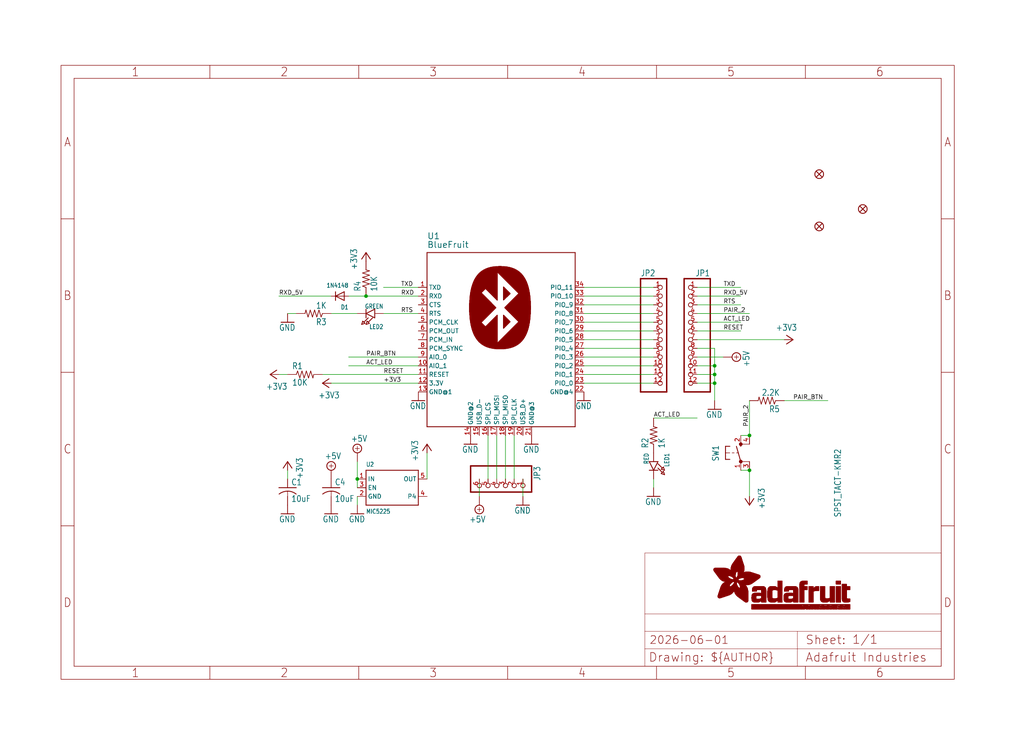
<source format=kicad_sch>
(kicad_sch (version 20230121) (generator eeschema)
  (paper "User" 298.45 217.322)
  (lib_symbols
    (symbol "working-eagle-import:+3V3" (power)
      (property "Value" "+3V3" (at -2.54 -5.08 90))
      (symbol "+3V3_1_0"
        (pin power_in line (at 0 -2.54 90) (length 2.54) (name "+3V3") (number "1"))
      )
    )
    (symbol "working-eagle-import:+5V" (power)
      (property "Value" "+5V" (at -1.905 3.175 0))
      (symbol "+5V_1_0"
        (pin power_in line (at 0 -2.54 90) (length 2.54) (name "+5V") (number "1"))
      )
    )
    (symbol "working-eagle-import:BLUETOOTH_MODULE"
      (property "Reference" "U" (at -20.32 29.21 0))
      (symbol "BLUETOOTH_MODULE_1_0"
        (pin bidirectional line (at -22.86 15.24 0) (length 2.54) (name "TXD") (number "1"))
        (pin bidirectional line (at -22.86 -7.62 0) (length 2.54) (name "AIO_1") (number "10"))
        (pin bidirectional line (at -22.86 -10.16 0) (length 2.54) (name "RESET") (number "11"))
        (pin power_in line (at -22.86 -12.7 0) (length 2.54) (name "3.3V") (number "12"))
        (pin power_in line (at -22.86 -15.24 0) (length 2.54) (name "GND@1") (number "13"))
        (pin power_in line (at -7.62 -27.94 90) (length 2.54) (name "GND@2") (number "14"))
        (pin bidirectional line (at -5.08 -27.94 90) (length 2.54) (name "USB_D-") (number "15"))
        (pin bidirectional line (at -2.54 -27.94 90) (length 2.54) (name "SPI_CS") (number "16"))
        (pin bidirectional line (at 0 -27.94 90) (length 2.54) (name "SPI_MOSI") (number "17"))
        (pin bidirectional line (at 2.54 -27.94 90) (length 2.54) (name "SPI_MISO") (number "18"))
        (pin bidirectional line (at 5.08 -27.94 90) (length 2.54) (name "SPI_CLK") (number "19"))
        (pin bidirectional line (at -22.86 12.7 0) (length 2.54) (name "RXD") (number "2"))
        (pin bidirectional line (at 7.62 -27.94 90) (length 2.54) (name "USB_D+") (number "20"))
        (pin power_in line (at 10.16 -27.94 90) (length 2.54) (name "GND@3") (number "21"))
        (pin power_in line (at 25.4 -15.24 180) (length 2.54) (name "GND@4") (number "22"))
        (pin bidirectional line (at 25.4 -12.7 180) (length 2.54) (name "PIO_0") (number "23"))
        (pin bidirectional line (at 25.4 -10.16 180) (length 2.54) (name "PIO_1") (number "24"))
        (pin bidirectional line (at 25.4 -7.62 180) (length 2.54) (name "PIO_2") (number "25"))
        (pin bidirectional line (at 25.4 -5.08 180) (length 2.54) (name "PIO_3") (number "26"))
        (pin bidirectional line (at 25.4 -2.54 180) (length 2.54) (name "PIO_4") (number "27"))
        (pin bidirectional line (at 25.4 0 180) (length 2.54) (name "PIO_5") (number "28"))
        (pin bidirectional line (at 25.4 2.54 180) (length 2.54) (name "PIO_6") (number "29"))
        (pin bidirectional line (at -22.86 10.16 0) (length 2.54) (name "CTS") (number "3"))
        (pin bidirectional line (at 25.4 5.08 180) (length 2.54) (name "PIO_7") (number "30"))
        (pin bidirectional line (at 25.4 7.62 180) (length 2.54) (name "PIO_8") (number "31"))
        (pin bidirectional line (at 25.4 10.16 180) (length 2.54) (name "PIO_9") (number "32"))
        (pin bidirectional line (at 25.4 12.7 180) (length 2.54) (name "PIO_10") (number "33"))
        (pin bidirectional line (at 25.4 15.24 180) (length 2.54) (name "PIO_11") (number "34"))
        (pin bidirectional line (at -22.86 7.62 0) (length 2.54) (name "RTS") (number "4"))
        (pin bidirectional line (at -22.86 5.08 0) (length 2.54) (name "PCM_CLK") (number "5"))
        (pin bidirectional line (at -22.86 2.54 0) (length 2.54) (name "PCM_OUT") (number "6"))
        (pin bidirectional line (at -22.86 0 0) (length 2.54) (name "PCM_IN") (number "7"))
        (pin bidirectional line (at -22.86 -2.54 0) (length 2.54) (name "PCM_SYNC") (number "8"))
        (pin bidirectional line (at -22.86 -5.08 0) (length 2.54) (name "AIO_0") (number "9"))
      )
    )
    (symbol "working-eagle-import:C-USC0805"
      (property "Reference" "C" (at 1.016 0.635 0))
      (symbol "C-USC0805_1_0"
        (pin passive line (at 0 2.54 270) (length 2.54) (name "1") (number "1"))
        (pin passive line (at 0 -5.08 90) (length 2.54) (name "2") (number "2"))
      )
    )
    (symbol "working-eagle-import:DIODESOD-323"
      (property "Reference" "D" (at -2.54 2.54 0))
      (symbol "DIODESOD-323_1_0"
        (pin passive line (at -2.54 0 0) (length 2.54) (name "A") (number "A"))
        (pin passive line (at 2.54 0 180) (length 2.54) (name "C") (number "C"))
      )
    )
    (symbol "working-eagle-import:FIDUCIAL{dblquote}{dblquote}")
    (symbol "working-eagle-import:FRAME_A4_ADAFRUIT"
      (symbol "FRAME_A4_ADAFRUIT_1_0"
        (text "${#}/${##}" (at 230.505 10.16 0) (effects (font (size 2.54 2.54)) (justify left bottom)))
        (text "${AUTHOR}" (at 189.23 5.08 0) (effects (font (size 2.286 2.286)) (justify left bottom)))
        (text "${CURRENT_DATE}" (at 171.45 10.16 0) (effects (font (size 2.286 2.286)) (justify left bottom)))
        (text "${PROJECTNAME}" (at 171.45 15.24 0) (effects (font (size 2.54 2.54)) (justify left bottom)))
        (text "1" (at 21.6958 1.905 0) (effects (font (size 2.54 2.286))))
        (text "1" (at 21.6958 177.165 0) (effects (font (size 2.54 2.286))))
        (text "2" (at 65.0875 1.905 0) (effects (font (size 2.54 2.286))))
        (text "2" (at 65.0875 177.165 0) (effects (font (size 2.54 2.286))))
        (text "3" (at 108.4792 1.905 0) (effects (font (size 2.54 2.286))))
        (text "3" (at 108.4792 177.165 0) (effects (font (size 2.54 2.286))))
        (text "4" (at 151.8708 1.905 0) (effects (font (size 2.54 2.286))))
        (text "4" (at 151.8708 177.165 0) (effects (font (size 2.54 2.286))))
        (text "5" (at 195.2625 1.905 0) (effects (font (size 2.54 2.286))))
        (text "5" (at 195.2625 177.165 0) (effects (font (size 2.54 2.286))))
        (text "6" (at 238.6542 1.905 0) (effects (font (size 2.54 2.286))))
        (text "6" (at 238.6542 177.165 0) (effects (font (size 2.54 2.286))))
        (text "A" (at 1.905 156.6863 0) (effects (font (size 2.54 2.286))))
        (text "A" (at 258.445 156.6863 0) (effects (font (size 2.54 2.286))))
        (text "Adafruit Industries" (at 216.916 4.953 0) (effects (font (size 2.54 2.54)) (justify left bottom)))
        (text "B" (at 1.905 111.9188 0) (effects (font (size 2.54 2.286))))
        (text "B" (at 258.445 111.9188 0) (effects (font (size 2.54 2.286))))
        (text "C" (at 1.905 67.1513 0) (effects (font (size 2.54 2.286))))
        (text "C" (at 258.445 67.1513 0) (effects (font (size 2.54 2.286))))
        (text "D" (at 1.905 22.3838 0) (effects (font (size 2.54 2.286))))
        (text "D" (at 258.445 22.3838 0) (effects (font (size 2.54 2.286))))
        (text "Drawing:" (at 171.196 4.953 0) (effects (font (size 2.54 2.54)) (justify left bottom)))
        (text "Sheet:" (at 216.916 10.033 0) (effects (font (size 2.54 2.54)) (justify left bottom)))
      )
    )
    (symbol "working-eagle-import:GND" (power)
      (property "Value" "GND" (at -2.54 -2.54 0))
      (symbol "GND_1_0"
        (pin power_in line (at 0 2.54 270) (length 2.54) (name "GND") (number "1"))
      )
    )
    (symbol "working-eagle-import:LED0805_NOOUTLINE"
      (property "Reference" "LED" (at -5.08 3.175 0))
      (symbol "LED0805_NOOUTLINE_1_0"
        (pin passive line (at -5.08 0 0) (length 2.54) (name "A") (number "A"))
        (pin passive line (at 2.54 0 180) (length 2.54) (name "C") (number "C"))
      )
    )
    (symbol "working-eagle-import:PINHD-1X12-CB"
      (property "Reference" "JP" (at -6.35 15.875 0))
      (symbol "PINHD-1X12-CB_1_0"
        (pin passive inverted (at -2.54 12.7 0) (length 2.54) (name "1") (number "1"))
        (pin passive inverted (at -2.54 -10.16 0) (length 2.54) (name "10") (number "10"))
        (pin passive inverted (at -2.54 -12.7 0) (length 2.54) (name "11") (number "11"))
        (pin passive inverted (at -2.54 -15.24 0) (length 2.54) (name "12") (number "12"))
        (pin passive inverted (at -2.54 10.16 0) (length 2.54) (name "2") (number "2"))
        (pin passive inverted (at -2.54 7.62 0) (length 2.54) (name "3") (number "3"))
        (pin passive inverted (at -2.54 5.08 0) (length 2.54) (name "4") (number "4"))
        (pin passive inverted (at -2.54 2.54 0) (length 2.54) (name "5") (number "5"))
        (pin passive inverted (at -2.54 0 0) (length 2.54) (name "6") (number "6"))
        (pin passive inverted (at -2.54 -2.54 0) (length 2.54) (name "7") (number "7"))
        (pin passive inverted (at -2.54 -5.08 0) (length 2.54) (name "8") (number "8"))
        (pin passive inverted (at -2.54 -7.62 0) (length 2.54) (name "9") (number "9"))
      )
    )
    (symbol "working-eagle-import:PINHD-1X6B"
      (property "Reference" "JP" (at -6.35 10.795 0))
      (symbol "PINHD-1X6B_1_0"
        (pin passive inverted (at -2.54 7.62 0) (length 2.54) (name "1") (number "1"))
        (pin passive inverted (at -2.54 5.08 0) (length 2.54) (name "2") (number "2"))
        (pin passive inverted (at -2.54 2.54 0) (length 2.54) (name "3") (number "3"))
        (pin passive inverted (at -2.54 0 0) (length 2.54) (name "4") (number "4"))
        (pin passive inverted (at -2.54 -2.54 0) (length 2.54) (name "5") (number "5"))
        (pin passive inverted (at -2.54 -5.08 0) (length 2.54) (name "6") (number "6"))
      )
    )
    (symbol "working-eagle-import:R-US_R0805"
      (property "Reference" "R" (at -3.81 1.4986 0))
      (symbol "R-US_R0805_1_0"
        (pin passive line (at -5.08 0 0) (length 2.54) (name "1") (number "1"))
        (pin passive line (at 5.08 0 180) (length 2.54) (name "2") (number "2"))
      )
    )
    (symbol "working-eagle-import:SPST_TACT-KMR2"
      (property "Reference" "SW" (at -6.35 -2.54 90))
      (symbol "SPST_TACT-KMR2_1_0"
        (pin passive line (at 0 -5.08 90) (length 2.54) (name "P") (number "1"))
        (pin passive line (at 0 5.08 270) (length 2.54) (name "S") (number "2"))
        (pin passive line (at 2.54 -5.08 90) (length 2.54) (name "P1") (number "3"))
        (pin passive line (at 2.54 5.08 270) (length 2.54) (name "S1") (number "4"))
      )
    )
    (symbol "working-eagle-import:VREG_SOT23-5"
      (property "Reference" "U" (at -7.62 6.096 0))
      (symbol "VREG_SOT23-5_1_0"
        (pin power_in line (at -10.16 2.54 0) (length 2.54) (name "IN") (number "1"))
        (pin power_in line (at -10.16 -2.54 0) (length 2.54) (name "GND") (number "2"))
        (pin input line (at -10.16 0 0) (length 2.54) (name "EN") (number "3"))
        (pin bidirectional line (at 10.16 -2.54 180) (length 2.54) (name "P4") (number "4"))
        (pin power_in line (at 10.16 2.54 180) (length 2.54) (name "OUT") (number "5"))
      )
    )
  )
  (junction (at 104.14 139.7))
  (junction (at 106.68 86.36))
  (junction (at 208.28 106.68))
  (junction (at 208.28 109.22))
  (junction (at 218.44 127))
  (junction (at 218.44 137.16))
  (junction (at 208.28 111.76))
  (wire (pts (xy 190.5 142.24) (xy 190.5 139.7)) (stroke (width 0.1524)))
  (wire (pts (xy 190.5 109.22) (xy 170.18 109.22)) (stroke (width 0.1524)))
  (wire (pts (xy 104.14 91.44) (xy 96.52 91.44)) (stroke (width 0.1524)))
  (wire (pts (xy 215.9 137.16) (xy 218.44 137.16)) (stroke (width 0.1524)))
  (wire (pts (xy 121.92 109.22) (xy 93.98 109.22)) (stroke (width 0.1524)))
  (wire (pts (xy 203.2 88.9) (xy 215.9 88.9)) (stroke (width 0.1524)))
  (wire (pts (xy 190.5 99.06) (xy 170.18 99.06)) (stroke (width 0.1524)))
  (wire (pts (xy 203.2 101.6) (xy 208.28 101.6)) (stroke (width 0.1524)))
  (wire (pts (xy 152.4 144.78) (xy 152.4 139.7)) (stroke (width 0.1524)))
  (wire (pts (xy 203.2 93.98) (xy 215.9 93.98)) (stroke (width 0.1524)))
  (wire (pts (xy 190.5 121.92) (xy 203.2 121.92)) (stroke (width 0.1524)))
  (wire (pts (xy 190.5 106.68) (xy 170.18 106.68)) (stroke (width 0.1524)))
  (wire (pts (xy 190.5 88.9) (xy 170.18 88.9)) (stroke (width 0.1524)))
  (wire (pts (xy 228.6 99.06) (xy 203.2 99.06)) (stroke (width 0.1524)))
  (wire (pts (xy 83.82 137.16) (xy 83.82 139.7)) (stroke (width 0.1524)))
  (wire (pts (xy 104.14 139.7) (xy 104.14 142.24)) (stroke (width 0.1524)))
  (wire (pts (xy 203.2 83.82) (xy 215.9 83.82)) (stroke (width 0.1524)))
  (wire (pts (xy 203.2 91.44) (xy 218.44 91.44)) (stroke (width 0.1524)))
  (wire (pts (xy 83.82 109.22) (xy 81.28 109.22)) (stroke (width 0.1524)))
  (wire (pts (xy 190.5 104.14) (xy 170.18 104.14)) (stroke (width 0.1524)))
  (wire (pts (xy 190.5 111.76) (xy 170.18 111.76)) (stroke (width 0.1524)))
  (wire (pts (xy 106.68 86.36) (xy 101.6 86.36)) (stroke (width 0.1524)))
  (wire (pts (xy 228.6 116.84) (xy 241.3 116.84)) (stroke (width 0.1524)))
  (wire (pts (xy 121.92 106.68) (xy 101.6 106.68)) (stroke (width 0.1524)))
  (wire (pts (xy 96.52 86.36) (xy 81.28 86.36)) (stroke (width 0.1524)))
  (wire (pts (xy 144.78 139.7) (xy 144.78 127)) (stroke (width 0.1524)))
  (wire (pts (xy 121.92 104.14) (xy 101.6 104.14)) (stroke (width 0.1524)))
  (wire (pts (xy 139.7 144.78) (xy 139.7 139.7)) (stroke (width 0.1524)))
  (wire (pts (xy 208.28 111.76) (xy 203.2 111.76)) (stroke (width 0.1524)))
  (wire (pts (xy 208.28 116.84) (xy 208.28 111.76)) (stroke (width 0.1524)))
  (wire (pts (xy 170.18 93.98) (xy 190.5 93.98)) (stroke (width 0.1524)))
  (wire (pts (xy 124.46 132.08) (xy 124.46 139.7)) (stroke (width 0.1524)))
  (wire (pts (xy 203.2 86.36) (xy 215.9 86.36)) (stroke (width 0.1524)))
  (wire (pts (xy 104.14 147.32) (xy 104.14 144.78)) (stroke (width 0.1524)))
  (wire (pts (xy 121.92 91.44) (xy 111.76 91.44)) (stroke (width 0.1524)))
  (wire (pts (xy 208.28 109.22) (xy 208.28 111.76)) (stroke (width 0.1524)))
  (wire (pts (xy 190.5 101.6) (xy 170.18 101.6)) (stroke (width 0.1524)))
  (wire (pts (xy 147.32 139.7) (xy 147.32 127)) (stroke (width 0.1524)))
  (wire (pts (xy 218.44 127) (xy 218.44 116.84)) (stroke (width 0.1524)))
  (wire (pts (xy 121.92 83.82) (xy 111.76 83.82)) (stroke (width 0.1524)))
  (wire (pts (xy 208.28 109.22) (xy 203.2 109.22)) (stroke (width 0.1524)))
  (wire (pts (xy 203.2 96.52) (xy 215.9 96.52)) (stroke (width 0.1524)))
  (wire (pts (xy 215.9 127) (xy 218.44 127)) (stroke (width 0.1524)))
  (wire (pts (xy 208.28 106.68) (xy 208.28 109.22)) (stroke (width 0.1524)))
  (wire (pts (xy 190.5 96.52) (xy 170.18 96.52)) (stroke (width 0.1524)))
  (wire (pts (xy 86.36 91.44) (xy 83.82 91.44)) (stroke (width 0.1524)))
  (wire (pts (xy 149.86 139.7) (xy 149.86 127)) (stroke (width 0.1524)))
  (wire (pts (xy 190.5 83.82) (xy 170.18 83.82)) (stroke (width 0.1524)))
  (wire (pts (xy 142.24 127) (xy 142.24 139.7)) (stroke (width 0.1524)))
  (wire (pts (xy 203.2 106.68) (xy 208.28 106.68)) (stroke (width 0.1524)))
  (wire (pts (xy 210.82 104.14) (xy 203.2 104.14)) (stroke (width 0.1524)))
  (wire (pts (xy 104.14 134.62) (xy 104.14 139.7)) (stroke (width 0.1524)))
  (wire (pts (xy 218.44 144.78) (xy 218.44 137.16)) (stroke (width 0.1524)))
  (wire (pts (xy 121.92 86.36) (xy 106.68 86.36)) (stroke (width 0.1524)))
  (wire (pts (xy 190.5 91.44) (xy 170.18 91.44)) (stroke (width 0.1524)))
  (wire (pts (xy 208.28 101.6) (xy 208.28 106.68)) (stroke (width 0.1524)))
  (wire (pts (xy 190.5 86.36) (xy 170.18 86.36)) (stroke (width 0.1524)))
  (wire (pts (xy 96.52 111.76) (xy 121.92 111.76)) (stroke (width 0.1524)))
  (label "PAIR_2" (at 218.44 124.46 90) (effects (font (size 1.2446 1.2446))))
  (label "RXD_5V" (at 210.82 86.36 0) (effects (font (size 1.2446 1.2446))))
  (label "RTS" (at 116.84 91.44 0) (effects (font (size 1.2446 1.2446))))
  (label "ACT_LED" (at 190.5 121.92 0) (effects (font (size 1.2446 1.2446))))
  (label "TXD" (at 116.84 83.82 0) (effects (font (size 1.2446 1.2446))))
  (label "ACT_LED" (at 210.82 93.98 0) (effects (font (size 1.2446 1.2446))))
  (label "RTS" (at 210.82 88.9 0) (effects (font (size 1.2446 1.2446))))
  (label "RXD" (at 116.84 86.36 0) (effects (font (size 1.2446 1.2446))))
  (label "TXD" (at 210.82 83.82 0) (effects (font (size 1.2446 1.2446))))
  (label "RESET" (at 111.76 109.22 0) (effects (font (size 1.2446 1.2446))))
  (label "RXD_5V" (at 81.28 86.36 0) (effects (font (size 1.2446 1.2446))))
  (label "+3V3" (at 111.76 111.76 0) (effects (font (size 1.2446 1.2446))))
  (label "PAIR_2" (at 210.82 91.44 0) (effects (font (size 1.2446 1.2446))))
  (label "RESET" (at 210.82 96.52 0) (effects (font (size 1.2446 1.2446))))
  (label "PAIR_BTN" (at 231.14 116.84 0) (effects (font (size 1.2446 1.2446))))
  (label "ACT_LED" (at 106.68 106.68 0) (effects (font (size 1.2446 1.2446))))
  (label "PAIR_BTN" (at 106.68 104.14 0) (effects (font (size 1.2446 1.2446))))
  (symbol (lib_id "working-eagle-import:C-USC0805") (at 83.82 142.24 0) (unit 1)
    (property "Reference" "C1" (at 84.836 141.605 0) (effects (font (size 1.778 1.5113)) (justify left bottom)))
    (property "Value" "10uF" (at 84.836 146.431 0) (effects (font (size 1.778 1.5113)) (justify left bottom)))
    (property "Footprint" "working:C0805" (effects hide))
  )
  (symbol (lib_id "working-eagle-import:PINHD-1X6B") (at 144.78 142.24 270) (unit 1)
    (property "Reference" "JP3" (at 155.575 135.89 0) (effects (font (size 1.778 1.5113)) (justify left bottom)))
    (property "Value" "PINHD-1X6B" (effects hide))
    (property "Footprint" "working:1X06-BIG" (effects hide))
  )
  (symbol (lib_id "working-eagle-import:GND") (at 96.52 149.86 0) (unit 1)
    (property "Reference" "#GND7" (effects hide))
    (property "Value" "GND" (at 93.98 152.4 0) (effects (font (size 1.778 1.5113)) (justify left bottom)))
  )
  (symbol (lib_id "working-eagle-import:SPST_TACT-KMR2") (at 215.9 132.08 0) (unit 1)
    (property "Reference" "SW1" (at 209.55 134.62 90) (effects (font (size 1.778 1.5113)) (justify left bottom)))
    (property "Value" "SPST_TACT-KMR2" (at 243.205 130.81 90) (effects (font (size 1.778 1.5113)) (justify right top)))
    (property "Footprint" "working:KMR2" (effects hide))
  )
  (symbol (lib_id "working-eagle-import:FRAME_A4_ADAFRUIT") (at 17.78 198.12 0) (unit 1)
    (property "Reference" "#U$1" (effects hide))
    (property "Value" "FRAME_A4_ADAFRUIT" (effects hide))
  )
  (symbol (lib_id "working-eagle-import:DIODESOD-323") (at 99.06 86.36 180) (unit 1)
    (property "Reference" "D1" (at 101.6 88.9 0) (effects (font (size 1.27 1.0795)) (justify left bottom)))
    (property "Value" "1N4148" (at 101.6 82.55 0) (effects (font (size 1.27 1.0795)) (justify left bottom)))
    (property "Footprint" "working:SOD-323" (effects hide))
  )
  (symbol (lib_id "working-eagle-import:+3V3") (at 231.14 99.06 270) (unit 1)
    (property "Reference" "#+3V5" (effects hide))
    (property "Value" "+3V3" (at 226.06 96.52 90) (effects (font (size 1.778 1.5113)) (justify left bottom)))
  )
  (symbol (lib_id "working-eagle-import:GND") (at 154.94 129.54 0) (unit 1)
    (property "Reference" "#GND2" (effects hide))
    (property "Value" "GND" (at 152.4 132.08 0) (effects (font (size 1.778 1.5113)) (justify left bottom)))
  )
  (symbol (lib_id "working-eagle-import:+5V") (at 104.14 132.08 0) (unit 1)
    (property "Reference" "#SUPPLY2" (effects hide))
    (property "Value" "+5V" (at 102.235 128.905 0) (effects (font (size 1.778 1.5113)) (justify left bottom)))
  )
  (symbol (lib_id "working-eagle-import:GND") (at 137.16 129.54 0) (unit 1)
    (property "Reference" "#GND1" (effects hide))
    (property "Value" "GND" (at 134.62 132.08 0) (effects (font (size 1.778 1.5113)) (justify left bottom)))
  )
  (symbol (lib_id "working-eagle-import:+3V3") (at 78.74 109.22 90) (unit 1)
    (property "Reference" "#+3V6" (effects hide))
    (property "Value" "+3V3" (at 83.82 111.76 90) (effects (font (size 1.778 1.5113)) (justify left bottom)))
  )
  (symbol (lib_id "working-eagle-import:+3V3") (at 93.98 111.76 90) (unit 1)
    (property "Reference" "#+3V3" (effects hide))
    (property "Value" "+3V3" (at 99.06 114.3 90) (effects (font (size 1.778 1.5113)) (justify left bottom)))
  )
  (symbol (lib_id "working-eagle-import:+3V3") (at 106.68 73.66 0) (unit 1)
    (property "Reference" "#+3V4" (effects hide))
    (property "Value" "+3V3" (at 104.14 78.74 90) (effects (font (size 1.778 1.5113)) (justify left bottom)))
  )
  (symbol (lib_id "working-eagle-import:+5V") (at 96.52 137.16 0) (unit 1)
    (property "Reference" "#SUPPLY3" (effects hide))
    (property "Value" "+5V" (at 94.615 133.985 0) (effects (font (size 1.778 1.5113)) (justify left bottom)))
  )
  (symbol (lib_id "working-eagle-import:LED0805_NOOUTLINE") (at 106.68 91.44 180) (unit 1)
    (property "Reference" "LED2" (at 111.76 94.615 0) (effects (font (size 1.27 1.0795)) (justify left bottom)))
    (property "Value" "GREEN" (at 111.76 88.646 0) (effects (font (size 1.27 1.0795)) (justify left bottom)))
    (property "Footprint" "working:CHIPLED_0805_NOOUTLINE" (effects hide))
  )
  (symbol (lib_id "working-eagle-import:R-US_R0805") (at 190.5 127 90) (unit 1)
    (property "Reference" "R2" (at 189.0014 130.81 0) (effects (font (size 1.778 1.5113)) (justify left bottom)))
    (property "Value" "1K" (at 193.802 130.81 0) (effects (font (size 1.778 1.5113)) (justify left bottom)))
    (property "Footprint" "working:R0805" (effects hide))
  )
  (symbol (lib_id "working-eagle-import:GND") (at 83.82 93.98 0) (unit 1)
    (property "Reference" "#GND11" (effects hide))
    (property "Value" "GND" (at 81.28 96.52 0) (effects (font (size 1.778 1.5113)) (justify left bottom)))
  )
  (symbol (lib_id "working-eagle-import:FIDUCIAL{dblquote}{dblquote}") (at 251.46 60.96 0) (unit 1)
    (property "Reference" "FID1" (effects hide))
    (property "Value" "FIDUCIAL{dblquote}{dblquote}" (effects hide))
    (property "Footprint" "working:FIDUCIAL_1MM" (effects hide))
  )
  (symbol (lib_id "working-eagle-import:BLUETOOTH_MODULE") (at 144.78 99.06 0) (unit 1)
    (property "Reference" "U1" (at 124.46 69.85 0) (effects (font (size 1.778 1.778)) (justify left bottom)))
    (property "Value" "BlueFruit" (at 124.46 72.39 0) (effects (font (size 1.778 1.778)) (justify left bottom)))
    (property "Footprint" "working:BLUETOOTH_MODULE" (effects hide))
  )
  (symbol (lib_id "working-eagle-import:GND") (at 104.14 149.86 0) (unit 1)
    (property "Reference" "#GND6" (effects hide))
    (property "Value" "GND" (at 101.6 152.4 0) (effects (font (size 1.778 1.5113)) (justify left bottom)))
  )
  (symbol (lib_id "working-eagle-import:R-US_R0805") (at 106.68 81.28 90) (unit 1)
    (property "Reference" "R4" (at 105.1814 85.09 0) (effects (font (size 1.778 1.5113)) (justify left bottom)))
    (property "Value" "10K" (at 109.982 85.09 0) (effects (font (size 1.778 1.5113)) (justify left bottom)))
    (property "Footprint" "working:R0805" (effects hide))
  )
  (symbol (lib_id "working-eagle-import:PINHD-1X12-CB") (at 200.66 96.52 0) (mirror y) (unit 1)
    (property "Reference" "JP1" (at 207.01 80.645 0) (effects (font (size 1.778 1.5113)) (justify left bottom)))
    (property "Value" "PINHD-1X12-CB" (effects hide))
    (property "Footprint" "working:1X12-CB" (effects hide))
  )
  (symbol (lib_id "working-eagle-import:+5V") (at 139.7 147.32 180) (unit 1)
    (property "Reference" "#SUPPLY1" (effects hide))
    (property "Value" "+5V" (at 141.605 150.495 0) (effects (font (size 1.778 1.5113)) (justify left bottom)))
  )
  (symbol (lib_id "working-eagle-import:FIDUCIAL{dblquote}{dblquote}") (at 238.76 50.8 0) (unit 1)
    (property "Reference" "FID2" (effects hide))
    (property "Value" "FIDUCIAL{dblquote}{dblquote}" (effects hide))
    (property "Footprint" "working:FIDUCIAL_1MM" (effects hide))
  )
  (symbol (lib_id "working-eagle-import:LED0805_NOOUTLINE") (at 190.5 137.16 270) (unit 1)
    (property "Reference" "LED1" (at 193.675 132.08 0) (effects (font (size 1.27 1.0795)) (justify left bottom)))
    (property "Value" "RED" (at 187.706 132.08 0) (effects (font (size 1.27 1.0795)) (justify left bottom)))
    (property "Footprint" "working:CHIPLED_0805_NOOUTLINE" (effects hide))
  )
  (symbol (lib_id "working-eagle-import:GND") (at 208.28 119.38 0) (unit 1)
    (property "Reference" "#GND15" (effects hide))
    (property "Value" "GND" (at 205.74 121.92 0) (effects (font (size 1.778 1.5113)) (justify left bottom)))
  )
  (symbol (lib_id "working-eagle-import:GND") (at 121.92 116.84 0) (unit 1)
    (property "Reference" "#GND4" (effects hide))
    (property "Value" "GND" (at 119.38 119.38 0) (effects (font (size 1.778 1.5113)) (justify left bottom)))
  )
  (symbol (lib_id "working-eagle-import:+3V3") (at 83.82 134.62 0) (mirror y) (unit 1)
    (property "Reference" "#+3V2" (effects hide))
    (property "Value" "+3V3" (at 86.36 139.7 90) (effects (font (size 1.778 1.5113)) (justify left bottom)))
  )
  (symbol (lib_id "working-eagle-import:+5V") (at 213.36 104.14 270) (unit 1)
    (property "Reference" "#SUPPLY4" (effects hide))
    (property "Value" "+5V" (at 216.535 102.235 0) (effects (font (size 1.778 1.5113)) (justify left bottom)))
  )
  (symbol (lib_id "working-eagle-import:GND") (at 170.18 116.84 0) (unit 1)
    (property "Reference" "#GND3" (effects hide))
    (property "Value" "GND" (at 167.64 119.38 0) (effects (font (size 1.778 1.5113)) (justify left bottom)))
  )
  (symbol (lib_id "working-eagle-import:C-USC0805") (at 96.52 142.24 0) (unit 1)
    (property "Reference" "C4" (at 97.536 141.605 0) (effects (font (size 1.778 1.5113)) (justify left bottom)))
    (property "Value" "10uF" (at 97.536 146.431 0) (effects (font (size 1.778 1.5113)) (justify left bottom)))
    (property "Footprint" "working:C0805" (effects hide))
  )
  (symbol (lib_id "working-eagle-import:R-US_R0805") (at 91.44 91.44 180) (unit 1)
    (property "Reference" "R3" (at 95.25 92.9386 0) (effects (font (size 1.778 1.5113)) (justify left bottom)))
    (property "Value" "1K" (at 95.25 88.138 0) (effects (font (size 1.778 1.5113)) (justify left bottom)))
    (property "Footprint" "working:R0805" (effects hide))
  )
  (symbol (lib_id "working-eagle-import:GND") (at 83.82 149.86 0) (unit 1)
    (property "Reference" "#GND8" (effects hide))
    (property "Value" "GND" (at 81.28 152.4 0) (effects (font (size 1.778 1.5113)) (justify left bottom)))
  )
  (symbol (lib_id "working-eagle-import:GND") (at 190.5 144.78 0) (unit 1)
    (property "Reference" "#GND10" (effects hide))
    (property "Value" "GND" (at 187.96 147.32 0) (effects (font (size 1.778 1.5113)) (justify left bottom)))
  )
  (symbol (lib_id "working-eagle-import:GND") (at 152.4 147.32 0) (unit 1)
    (property "Reference" "#GND5" (effects hide))
    (property "Value" "GND" (at 149.86 149.86 0) (effects (font (size 1.778 1.5113)) (justify left bottom)))
  )
  (symbol (lib_id "working-eagle-import:R-US_R0805") (at 88.9 109.22 0) (unit 1)
    (property "Reference" "R1" (at 85.09 107.7214 0) (effects (font (size 1.778 1.5113)) (justify left bottom)))
    (property "Value" "10K" (at 85.09 112.522 0) (effects (font (size 1.778 1.5113)) (justify left bottom)))
    (property "Footprint" "working:R0805" (effects hide))
  )
  (symbol (lib_id "working-eagle-import:PINHD-1X12-CB") (at 193.04 96.52 0) (unit 1)
    (property "Reference" "JP2" (at 186.69 80.645 0) (effects (font (size 1.778 1.5113)) (justify left bottom)))
    (property "Value" "PINHD-1X12-CB" (effects hide))
    (property "Footprint" "working:1X12-CB" (effects hide))
  )
  (symbol (lib_id "working-eagle-import:VREG_SOT23-5") (at 114.3 142.24 0) (unit 1)
    (property "Reference" "U2" (at 106.68 136.144 0) (effects (font (size 1.27 1.0795)) (justify left bottom)))
    (property "Value" "MIC5225" (at 106.68 149.86 0) (effects (font (size 1.27 1.0795)) (justify left bottom)))
    (property "Footprint" "working:SOT23-5" (effects hide))
  )
  (symbol (lib_id "working-eagle-import:R-US_R0805") (at 223.52 116.84 180) (unit 1)
    (property "Reference" "R5" (at 227.33 118.3386 0) (effects (font (size 1.778 1.5113)) (justify left bottom)))
    (property "Value" "2.2K" (at 227.33 113.538 0) (effects (font (size 1.778 1.5113)) (justify left bottom)))
    (property "Footprint" "working:R0805" (effects hide))
  )
  (symbol (lib_id "working-eagle-import:FIDUCIAL{dblquote}{dblquote}") (at 238.76 66.04 0) (unit 1)
    (property "Reference" "FID3" (effects hide))
    (property "Value" "FIDUCIAL{dblquote}{dblquote}" (effects hide))
    (property "Footprint" "working:FIDUCIAL_1MM" (effects hide))
  )
  (symbol (lib_id "working-eagle-import:+3V3") (at 124.46 129.54 0) (unit 1)
    (property "Reference" "#+3V1" (effects hide))
    (property "Value" "+3V3" (at 121.92 134.62 90) (effects (font (size 1.778 1.5113)) (justify left bottom)))
  )
  (symbol (lib_id "working-eagle-import:+3V3") (at 218.44 147.32 180) (unit 1)
    (property "Reference" "#+3V7" (effects hide))
    (property "Value" "+3V3" (at 220.98 142.24 90) (effects (font (size 1.778 1.5113)) (justify left bottom)))
  )
)
</source>
